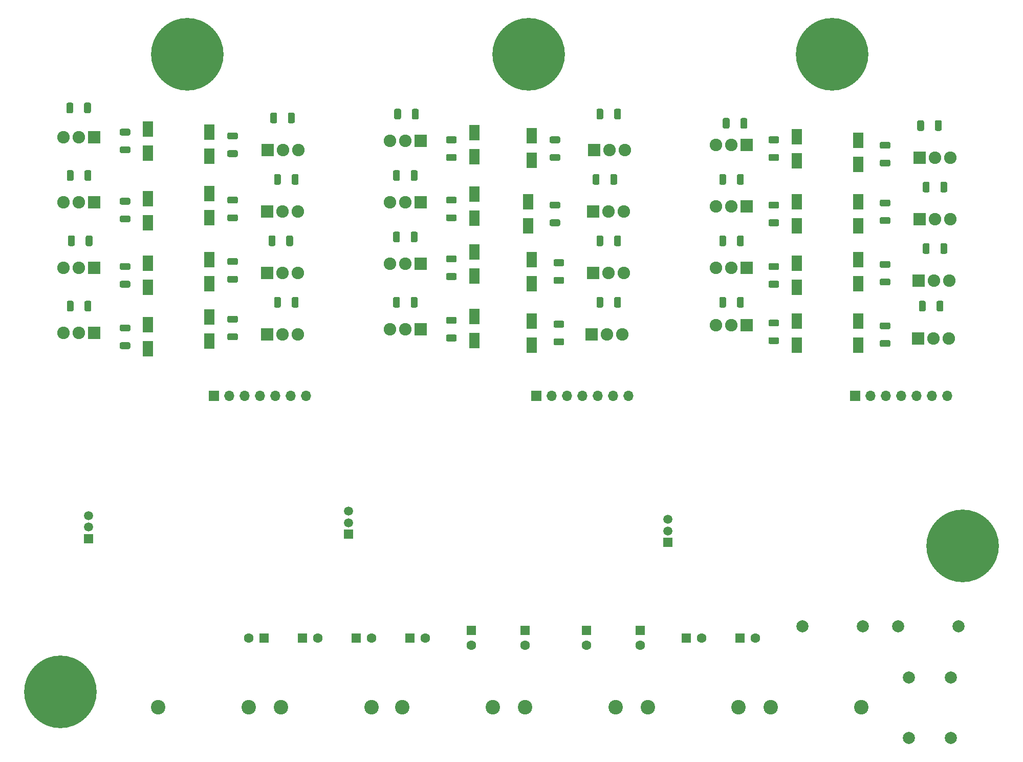
<source format=gbr>
%TF.GenerationSoftware,KiCad,Pcbnew,(5.1.10)-1*%
%TF.CreationDate,2022-02-15T22:07:18+02:00*%
%TF.ProjectId,SEM,53454d2e-6b69-4636-9164-5f7063625858,rev?*%
%TF.SameCoordinates,Original*%
%TF.FileFunction,Soldermask,Top*%
%TF.FilePolarity,Negative*%
%FSLAX46Y46*%
G04 Gerber Fmt 4.6, Leading zero omitted, Abs format (unit mm)*
G04 Created by KiCad (PCBNEW (5.1.10)-1) date 2022-02-15 22:07:18*
%MOMM*%
%LPD*%
G01*
G04 APERTURE LIST*
%ADD10R,1.700000X1.700000*%
%ADD11O,1.700000X1.700000*%
%ADD12C,2.070000*%
%ADD13R,2.070000X2.070000*%
%ADD14R,1.800000X2.500000*%
%ADD15C,1.600000*%
%ADD16R,1.600000X1.600000*%
%ADD17C,2.000000*%
%ADD18C,2.400000*%
%ADD19C,12.000000*%
%ADD20C,6.400000*%
%ADD21R,1.500000X1.500000*%
%ADD22C,1.500000*%
G04 APERTURE END LIST*
D10*
%TO.C,J12*%
X168275000Y-88265000D03*
D11*
X170815000Y-88265000D03*
X173355000Y-88265000D03*
X175895000Y-88265000D03*
X178435000Y-88265000D03*
X180975000Y-88265000D03*
X183515000Y-88265000D03*
%TD*%
%TO.C,J11*%
X77470000Y-88265000D03*
X74930000Y-88265000D03*
X72390000Y-88265000D03*
X69850000Y-88265000D03*
X67310000Y-88265000D03*
X64770000Y-88265000D03*
D10*
X62230000Y-88265000D03*
%TD*%
%TO.C,R66*%
G36*
G01*
X94753000Y-62601002D02*
X94753000Y-61350998D01*
G75*
G02*
X95002998Y-61101000I249998J0D01*
G01*
X95628002Y-61101000D01*
G75*
G02*
X95878000Y-61350998I0J-249998D01*
G01*
X95878000Y-62601002D01*
G75*
G02*
X95628002Y-62851000I-249998J0D01*
G01*
X95002998Y-62851000D01*
G75*
G02*
X94753000Y-62601002I0J249998D01*
G01*
G37*
G36*
G01*
X91828000Y-62601002D02*
X91828000Y-61350998D01*
G75*
G02*
X92077998Y-61101000I249998J0D01*
G01*
X92703002Y-61101000D01*
G75*
G02*
X92953000Y-61350998I0J-249998D01*
G01*
X92953000Y-62601002D01*
G75*
G02*
X92703002Y-62851000I-249998J0D01*
G01*
X92077998Y-62851000D01*
G75*
G02*
X91828000Y-62601002I0J249998D01*
G01*
G37*
%TD*%
%TO.C,R56*%
G36*
G01*
X40970500Y-63236002D02*
X40970500Y-61985998D01*
G75*
G02*
X41220498Y-61736000I249998J0D01*
G01*
X41845502Y-61736000D01*
G75*
G02*
X42095500Y-61985998I0J-249998D01*
G01*
X42095500Y-63236002D01*
G75*
G02*
X41845502Y-63486000I-249998J0D01*
G01*
X41220498Y-63486000D01*
G75*
G02*
X40970500Y-63236002I0J249998D01*
G01*
G37*
G36*
G01*
X38045500Y-63236002D02*
X38045500Y-61985998D01*
G75*
G02*
X38295498Y-61736000I249998J0D01*
G01*
X38920502Y-61736000D01*
G75*
G02*
X39170500Y-61985998I0J-249998D01*
G01*
X39170500Y-63236002D01*
G75*
G02*
X38920502Y-63486000I-249998J0D01*
G01*
X38295498Y-63486000D01*
G75*
G02*
X38045500Y-63236002I0J249998D01*
G01*
G37*
%TD*%
%TO.C,R49*%
G36*
G01*
X64652998Y-68398500D02*
X65903002Y-68398500D01*
G75*
G02*
X66153000Y-68648498I0J-249998D01*
G01*
X66153000Y-69273502D01*
G75*
G02*
X65903002Y-69523500I-249998J0D01*
G01*
X64652998Y-69523500D01*
G75*
G02*
X64403000Y-69273502I0J249998D01*
G01*
X64403000Y-68648498D01*
G75*
G02*
X64652998Y-68398500I249998J0D01*
G01*
G37*
G36*
G01*
X64652998Y-65473500D02*
X65903002Y-65473500D01*
G75*
G02*
X66153000Y-65723498I0J-249998D01*
G01*
X66153000Y-66348502D01*
G75*
G02*
X65903002Y-66598500I-249998J0D01*
G01*
X64652998Y-66598500D01*
G75*
G02*
X64403000Y-66348502I0J249998D01*
G01*
X64403000Y-65723498D01*
G75*
G02*
X64652998Y-65473500I249998J0D01*
G01*
G37*
%TD*%
%TO.C,R50*%
G36*
G01*
X154187998Y-69226000D02*
X155438002Y-69226000D01*
G75*
G02*
X155688000Y-69475998I0J-249998D01*
G01*
X155688000Y-70101002D01*
G75*
G02*
X155438002Y-70351000I-249998J0D01*
G01*
X154187998Y-70351000D01*
G75*
G02*
X153938000Y-70101002I0J249998D01*
G01*
X153938000Y-69475998D01*
G75*
G02*
X154187998Y-69226000I249998J0D01*
G01*
G37*
G36*
G01*
X154187998Y-66301000D02*
X155438002Y-66301000D01*
G75*
G02*
X155688000Y-66550998I0J-249998D01*
G01*
X155688000Y-67176002D01*
G75*
G02*
X155438002Y-67426000I-249998J0D01*
G01*
X154187998Y-67426000D01*
G75*
G02*
X153938000Y-67176002I0J249998D01*
G01*
X153938000Y-66550998D01*
G75*
G02*
X154187998Y-66301000I249998J0D01*
G01*
G37*
%TD*%
%TO.C,R47*%
G36*
G01*
X125973000Y-51825998D02*
X125973000Y-53076002D01*
G75*
G02*
X125723002Y-53326000I-249998J0D01*
G01*
X125097998Y-53326000D01*
G75*
G02*
X124848000Y-53076002I0J249998D01*
G01*
X124848000Y-51825998D01*
G75*
G02*
X125097998Y-51576000I249998J0D01*
G01*
X125723002Y-51576000D01*
G75*
G02*
X125973000Y-51825998I0J-249998D01*
G01*
G37*
G36*
G01*
X128898000Y-51825998D02*
X128898000Y-53076002D01*
G75*
G02*
X128648002Y-53326000I-249998J0D01*
G01*
X128022998Y-53326000D01*
G75*
G02*
X127773000Y-53076002I0J249998D01*
G01*
X127773000Y-51825998D01*
G75*
G02*
X128022998Y-51576000I249998J0D01*
G01*
X128648002Y-51576000D01*
G75*
G02*
X128898000Y-51825998I0J-249998D01*
G01*
G37*
%TD*%
%TO.C,R54*%
G36*
G01*
X172602998Y-68868000D02*
X173853002Y-68868000D01*
G75*
G02*
X174103000Y-69117998I0J-249998D01*
G01*
X174103000Y-69743002D01*
G75*
G02*
X173853002Y-69993000I-249998J0D01*
G01*
X172602998Y-69993000D01*
G75*
G02*
X172353000Y-69743002I0J249998D01*
G01*
X172353000Y-69117998D01*
G75*
G02*
X172602998Y-68868000I249998J0D01*
G01*
G37*
G36*
G01*
X172602998Y-65943000D02*
X173853002Y-65943000D01*
G75*
G02*
X174103000Y-66192998I0J-249998D01*
G01*
X174103000Y-66818002D01*
G75*
G02*
X173853002Y-67068000I-249998J0D01*
G01*
X172602998Y-67068000D01*
G75*
G02*
X172353000Y-66818002I0J249998D01*
G01*
X172353000Y-66192998D01*
G75*
G02*
X172602998Y-65943000I249998J0D01*
G01*
G37*
%TD*%
%TO.C,R68*%
G36*
G01*
X126608000Y-61985998D02*
X126608000Y-63236002D01*
G75*
G02*
X126358002Y-63486000I-249998J0D01*
G01*
X125732998Y-63486000D01*
G75*
G02*
X125483000Y-63236002I0J249998D01*
G01*
X125483000Y-61985998D01*
G75*
G02*
X125732998Y-61736000I249998J0D01*
G01*
X126358002Y-61736000D01*
G75*
G02*
X126608000Y-61985998I0J-249998D01*
G01*
G37*
G36*
G01*
X129533000Y-61985998D02*
X129533000Y-63236002D01*
G75*
G02*
X129283002Y-63486000I-249998J0D01*
G01*
X128657998Y-63486000D01*
G75*
G02*
X128408000Y-63236002I0J249998D01*
G01*
X128408000Y-61985998D01*
G75*
G02*
X128657998Y-61736000I249998J0D01*
G01*
X129283002Y-61736000D01*
G75*
G02*
X129533000Y-61985998I0J-249998D01*
G01*
G37*
%TD*%
%TO.C,R55*%
G36*
G01*
X118627998Y-68591000D02*
X119878002Y-68591000D01*
G75*
G02*
X120128000Y-68840998I0J-249998D01*
G01*
X120128000Y-69466002D01*
G75*
G02*
X119878002Y-69716000I-249998J0D01*
G01*
X118627998Y-69716000D01*
G75*
G02*
X118378000Y-69466002I0J249998D01*
G01*
X118378000Y-68840998D01*
G75*
G02*
X118627998Y-68591000I249998J0D01*
G01*
G37*
G36*
G01*
X118627998Y-65666000D02*
X119878002Y-65666000D01*
G75*
G02*
X120128000Y-65915998I0J-249998D01*
G01*
X120128000Y-66541002D01*
G75*
G02*
X119878002Y-66791000I-249998J0D01*
G01*
X118627998Y-66791000D01*
G75*
G02*
X118378000Y-66541002I0J249998D01*
G01*
X118378000Y-65915998D01*
G75*
G02*
X118627998Y-65666000I249998J0D01*
G01*
G37*
%TD*%
%TO.C,R57*%
G36*
G01*
X72355500Y-61985998D02*
X72355500Y-63236002D01*
G75*
G02*
X72105502Y-63486000I-249998J0D01*
G01*
X71480498Y-63486000D01*
G75*
G02*
X71230500Y-63236002I0J249998D01*
G01*
X71230500Y-61985998D01*
G75*
G02*
X71480498Y-61736000I249998J0D01*
G01*
X72105502Y-61736000D01*
G75*
G02*
X72355500Y-61985998I0J-249998D01*
G01*
G37*
G36*
G01*
X75280500Y-61985998D02*
X75280500Y-63236002D01*
G75*
G02*
X75030502Y-63486000I-249998J0D01*
G01*
X74405498Y-63486000D01*
G75*
G02*
X74155500Y-63236002I0J249998D01*
G01*
X74155500Y-61985998D01*
G75*
G02*
X74405498Y-61736000I249998J0D01*
G01*
X75030502Y-61736000D01*
G75*
G02*
X75280500Y-61985998I0J-249998D01*
G01*
G37*
%TD*%
%TO.C,R65*%
G36*
G01*
X148728000Y-63236002D02*
X148728000Y-61985998D01*
G75*
G02*
X148977998Y-61736000I249998J0D01*
G01*
X149603002Y-61736000D01*
G75*
G02*
X149853000Y-61985998I0J-249998D01*
G01*
X149853000Y-63236002D01*
G75*
G02*
X149603002Y-63486000I-249998J0D01*
G01*
X148977998Y-63486000D01*
G75*
G02*
X148728000Y-63236002I0J249998D01*
G01*
G37*
G36*
G01*
X145803000Y-63236002D02*
X145803000Y-61985998D01*
G75*
G02*
X146052998Y-61736000I249998J0D01*
G01*
X146678002Y-61736000D01*
G75*
G02*
X146928000Y-61985998I0J-249998D01*
G01*
X146928000Y-63236002D01*
G75*
G02*
X146678002Y-63486000I-249998J0D01*
G01*
X146052998Y-63486000D01*
G75*
G02*
X145803000Y-63236002I0J249998D01*
G01*
G37*
%TD*%
%TO.C,R45*%
G36*
G01*
X94753000Y-52441002D02*
X94753000Y-51190998D01*
G75*
G02*
X95002998Y-50941000I249998J0D01*
G01*
X95628002Y-50941000D01*
G75*
G02*
X95878000Y-51190998I0J-249998D01*
G01*
X95878000Y-52441002D01*
G75*
G02*
X95628002Y-52691000I-249998J0D01*
G01*
X95002998Y-52691000D01*
G75*
G02*
X94753000Y-52441002I0J249998D01*
G01*
G37*
G36*
G01*
X91828000Y-52441002D02*
X91828000Y-51190998D01*
G75*
G02*
X92077998Y-50941000I249998J0D01*
G01*
X92703002Y-50941000D01*
G75*
G02*
X92953000Y-51190998I0J-249998D01*
G01*
X92953000Y-52441002D01*
G75*
G02*
X92703002Y-52691000I-249998J0D01*
G01*
X92077998Y-52691000D01*
G75*
G02*
X91828000Y-52441002I0J249998D01*
G01*
G37*
%TD*%
%TO.C,R70*%
G36*
G01*
X46872998Y-79386000D02*
X48123002Y-79386000D01*
G75*
G02*
X48373000Y-79635998I0J-249998D01*
G01*
X48373000Y-80261002D01*
G75*
G02*
X48123002Y-80511000I-249998J0D01*
G01*
X46872998Y-80511000D01*
G75*
G02*
X46623000Y-80261002I0J249998D01*
G01*
X46623000Y-79635998D01*
G75*
G02*
X46872998Y-79386000I249998J0D01*
G01*
G37*
G36*
G01*
X46872998Y-76461000D02*
X48123002Y-76461000D01*
G75*
G02*
X48373000Y-76710998I0J-249998D01*
G01*
X48373000Y-77336002D01*
G75*
G02*
X48123002Y-77586000I-249998J0D01*
G01*
X46872998Y-77586000D01*
G75*
G02*
X46623000Y-77336002I0J249998D01*
G01*
X46623000Y-76710998D01*
G75*
G02*
X46872998Y-76461000I249998J0D01*
G01*
G37*
%TD*%
%TO.C,R40*%
G36*
G01*
X172602998Y-58709000D02*
X173853002Y-58709000D01*
G75*
G02*
X174103000Y-58958998I0J-249998D01*
G01*
X174103000Y-59584002D01*
G75*
G02*
X173853002Y-59834000I-249998J0D01*
G01*
X172602998Y-59834000D01*
G75*
G02*
X172353000Y-59584002I0J249998D01*
G01*
X172353000Y-58958998D01*
G75*
G02*
X172602998Y-58709000I249998J0D01*
G01*
G37*
G36*
G01*
X172602998Y-55784000D02*
X173853002Y-55784000D01*
G75*
G02*
X174103000Y-56033998I0J-249998D01*
G01*
X174103000Y-56659002D01*
G75*
G02*
X173853002Y-56909000I-249998J0D01*
G01*
X172602998Y-56909000D01*
G75*
G02*
X172353000Y-56659002I0J249998D01*
G01*
X172353000Y-56033998D01*
G75*
G02*
X172602998Y-55784000I249998J0D01*
G01*
G37*
%TD*%
%TO.C,R36*%
G36*
G01*
X46872998Y-58431000D02*
X48123002Y-58431000D01*
G75*
G02*
X48373000Y-58680998I0J-249998D01*
G01*
X48373000Y-59306002D01*
G75*
G02*
X48123002Y-59556000I-249998J0D01*
G01*
X46872998Y-59556000D01*
G75*
G02*
X46623000Y-59306002I0J249998D01*
G01*
X46623000Y-58680998D01*
G75*
G02*
X46872998Y-58431000I249998J0D01*
G01*
G37*
G36*
G01*
X46872998Y-55506000D02*
X48123002Y-55506000D01*
G75*
G02*
X48373000Y-55755998I0J-249998D01*
G01*
X48373000Y-56381002D01*
G75*
G02*
X48123002Y-56631000I-249998J0D01*
G01*
X46872998Y-56631000D01*
G75*
G02*
X46623000Y-56381002I0J249998D01*
G01*
X46623000Y-55755998D01*
G75*
G02*
X46872998Y-55506000I249998J0D01*
G01*
G37*
%TD*%
%TO.C,R48*%
G36*
G01*
X48123002Y-67426000D02*
X46872998Y-67426000D01*
G75*
G02*
X46623000Y-67176002I0J249998D01*
G01*
X46623000Y-66550998D01*
G75*
G02*
X46872998Y-66301000I249998J0D01*
G01*
X48123002Y-66301000D01*
G75*
G02*
X48373000Y-66550998I0J-249998D01*
G01*
X48373000Y-67176002D01*
G75*
G02*
X48123002Y-67426000I-249998J0D01*
G01*
G37*
G36*
G01*
X48123002Y-70351000D02*
X46872998Y-70351000D01*
G75*
G02*
X46623000Y-70101002I0J249998D01*
G01*
X46623000Y-69475998D01*
G75*
G02*
X46872998Y-69226000I249998J0D01*
G01*
X48123002Y-69226000D01*
G75*
G02*
X48373000Y-69475998I0J-249998D01*
G01*
X48373000Y-70101002D01*
G75*
G02*
X48123002Y-70351000I-249998J0D01*
G01*
G37*
%TD*%
%TO.C,R51*%
G36*
G01*
X100847998Y-67956000D02*
X102098002Y-67956000D01*
G75*
G02*
X102348000Y-68205998I0J-249998D01*
G01*
X102348000Y-68831002D01*
G75*
G02*
X102098002Y-69081000I-249998J0D01*
G01*
X100847998Y-69081000D01*
G75*
G02*
X100598000Y-68831002I0J249998D01*
G01*
X100598000Y-68205998D01*
G75*
G02*
X100847998Y-67956000I249998J0D01*
G01*
G37*
G36*
G01*
X100847998Y-65031000D02*
X102098002Y-65031000D01*
G75*
G02*
X102348000Y-65280998I0J-249998D01*
G01*
X102348000Y-65906002D01*
G75*
G02*
X102098002Y-66156000I-249998J0D01*
G01*
X100847998Y-66156000D01*
G75*
G02*
X100598000Y-65906002I0J249998D01*
G01*
X100598000Y-65280998D01*
G75*
G02*
X100847998Y-65031000I249998J0D01*
G01*
G37*
%TD*%
%TO.C,R46*%
G36*
G01*
X180583000Y-53095998D02*
X180583000Y-54346002D01*
G75*
G02*
X180333002Y-54596000I-249998J0D01*
G01*
X179707998Y-54596000D01*
G75*
G02*
X179458000Y-54346002I0J249998D01*
G01*
X179458000Y-53095998D01*
G75*
G02*
X179707998Y-52846000I249998J0D01*
G01*
X180333002Y-52846000D01*
G75*
G02*
X180583000Y-53095998I0J-249998D01*
G01*
G37*
G36*
G01*
X183508000Y-53095998D02*
X183508000Y-54346002D01*
G75*
G02*
X183258002Y-54596000I-249998J0D01*
G01*
X182632998Y-54596000D01*
G75*
G02*
X182383000Y-54346002I0J249998D01*
G01*
X182383000Y-53095998D01*
G75*
G02*
X182632998Y-52846000I249998J0D01*
G01*
X183258002Y-52846000D01*
G75*
G02*
X183508000Y-53095998I0J-249998D01*
G01*
G37*
%TD*%
%TO.C,R38*%
G36*
G01*
X154187998Y-59066000D02*
X155438002Y-59066000D01*
G75*
G02*
X155688000Y-59315998I0J-249998D01*
G01*
X155688000Y-59941002D01*
G75*
G02*
X155438002Y-60191000I-249998J0D01*
G01*
X154187998Y-60191000D01*
G75*
G02*
X153938000Y-59941002I0J249998D01*
G01*
X153938000Y-59315998D01*
G75*
G02*
X154187998Y-59066000I249998J0D01*
G01*
G37*
G36*
G01*
X154187998Y-56141000D02*
X155438002Y-56141000D01*
G75*
G02*
X155688000Y-56390998I0J-249998D01*
G01*
X155688000Y-57016002D01*
G75*
G02*
X155438002Y-57266000I-249998J0D01*
G01*
X154187998Y-57266000D01*
G75*
G02*
X153938000Y-57016002I0J249998D01*
G01*
X153938000Y-56390998D01*
G75*
G02*
X154187998Y-56141000I249998J0D01*
G01*
G37*
%TD*%
D12*
%TO.C,Q16*%
X145288000Y-67056000D03*
X147828000Y-67056000D03*
D13*
X150368000Y-67056000D03*
%TD*%
D12*
%TO.C,Q15*%
X183896000Y-69215000D03*
X181356000Y-69215000D03*
D13*
X178816000Y-69215000D03*
%TD*%
D14*
%TO.C,D19*%
X158623000Y-70326000D03*
X158623000Y-66326000D03*
%TD*%
%TO.C,D15*%
X168783000Y-60166000D03*
X168783000Y-56166000D03*
%TD*%
%TO.C,D24*%
X51308000Y-80486000D03*
X51308000Y-76486000D03*
%TD*%
%TO.C,D11*%
X51308000Y-59626000D03*
X51308000Y-55626000D03*
%TD*%
%TO.C,D10*%
X105283000Y-48736000D03*
X105283000Y-44736000D03*
%TD*%
%TO.C,D6*%
X51308000Y-48101000D03*
X51308000Y-44101000D03*
%TD*%
D12*
%TO.C,Q18*%
X91313000Y-66421000D03*
X93853000Y-66421000D03*
D13*
X96393000Y-66421000D03*
%TD*%
%TO.C,R24*%
G36*
G01*
X46872998Y-47001000D02*
X48123002Y-47001000D01*
G75*
G02*
X48373000Y-47250998I0J-249998D01*
G01*
X48373000Y-47876002D01*
G75*
G02*
X48123002Y-48126000I-249998J0D01*
G01*
X46872998Y-48126000D01*
G75*
G02*
X46623000Y-47876002I0J249998D01*
G01*
X46623000Y-47250998D01*
G75*
G02*
X46872998Y-47001000I249998J0D01*
G01*
G37*
G36*
G01*
X46872998Y-44076000D02*
X48123002Y-44076000D01*
G75*
G02*
X48373000Y-44325998I0J-249998D01*
G01*
X48373000Y-44951002D01*
G75*
G02*
X48123002Y-45201000I-249998J0D01*
G01*
X46872998Y-45201000D01*
G75*
G02*
X46623000Y-44951002I0J249998D01*
G01*
X46623000Y-44325998D01*
G75*
G02*
X46872998Y-44076000I249998J0D01*
G01*
G37*
%TD*%
D12*
%TO.C,Q23*%
X129794000Y-78105000D03*
X127254000Y-78105000D03*
D13*
X124714000Y-78105000D03*
%TD*%
D14*
%TO.C,D28*%
X105283000Y-79121000D03*
X105283000Y-75121000D03*
%TD*%
D12*
%TO.C,Q19*%
X76073000Y-78105000D03*
X73533000Y-78105000D03*
D13*
X70993000Y-78105000D03*
%TD*%
D14*
%TO.C,D27*%
X158623000Y-79851000D03*
X158623000Y-75851000D03*
%TD*%
%TO.C,D25*%
X168783000Y-79851000D03*
X168783000Y-75851000D03*
%TD*%
D12*
%TO.C,Q20*%
X37338000Y-77851000D03*
X39878000Y-77851000D03*
D13*
X42418000Y-77851000D03*
%TD*%
D12*
%TO.C,Q22*%
X145288000Y-76581000D03*
X147828000Y-76581000D03*
D13*
X150368000Y-76581000D03*
%TD*%
D12*
%TO.C,Q17*%
X130048000Y-67945000D03*
X127508000Y-67945000D03*
D13*
X124968000Y-67945000D03*
%TD*%
%TO.C,R34*%
G36*
G01*
X126608000Y-41030998D02*
X126608000Y-42281002D01*
G75*
G02*
X126358002Y-42531000I-249998J0D01*
G01*
X125732998Y-42531000D01*
G75*
G02*
X125483000Y-42281002I0J249998D01*
G01*
X125483000Y-41030998D01*
G75*
G02*
X125732998Y-40781000I249998J0D01*
G01*
X126358002Y-40781000D01*
G75*
G02*
X126608000Y-41030998I0J-249998D01*
G01*
G37*
G36*
G01*
X129533000Y-41030998D02*
X129533000Y-42281002D01*
G75*
G02*
X129283002Y-42531000I-249998J0D01*
G01*
X128657998Y-42531000D01*
G75*
G02*
X128408000Y-42281002I0J249998D01*
G01*
X128408000Y-41030998D01*
G75*
G02*
X128657998Y-40781000I249998J0D01*
G01*
X129283002Y-40781000D01*
G75*
G02*
X129533000Y-41030998I0J-249998D01*
G01*
G37*
%TD*%
%TO.C,R37*%
G36*
G01*
X64652998Y-58238500D02*
X65903002Y-58238500D01*
G75*
G02*
X66153000Y-58488498I0J-249998D01*
G01*
X66153000Y-59113502D01*
G75*
G02*
X65903002Y-59363500I-249998J0D01*
G01*
X64652998Y-59363500D01*
G75*
G02*
X64403000Y-59113502I0J249998D01*
G01*
X64403000Y-58488498D01*
G75*
G02*
X64652998Y-58238500I249998J0D01*
G01*
G37*
G36*
G01*
X64652998Y-55313500D02*
X65903002Y-55313500D01*
G75*
G02*
X66153000Y-55563498I0J-249998D01*
G01*
X66153000Y-56188502D01*
G75*
G02*
X65903002Y-56438500I-249998J0D01*
G01*
X64652998Y-56438500D01*
G75*
G02*
X64403000Y-56188502I0J249998D01*
G01*
X64403000Y-55563498D01*
G75*
G02*
X64652998Y-55313500I249998J0D01*
G01*
G37*
%TD*%
%TO.C,R29*%
G36*
G01*
X100847998Y-48271000D02*
X102098002Y-48271000D01*
G75*
G02*
X102348000Y-48520998I0J-249998D01*
G01*
X102348000Y-49146002D01*
G75*
G02*
X102098002Y-49396000I-249998J0D01*
G01*
X100847998Y-49396000D01*
G75*
G02*
X100598000Y-49146002I0J249998D01*
G01*
X100598000Y-48520998D01*
G75*
G02*
X100847998Y-48271000I249998J0D01*
G01*
G37*
G36*
G01*
X100847998Y-45346000D02*
X102098002Y-45346000D01*
G75*
G02*
X102348000Y-45595998I0J-249998D01*
G01*
X102348000Y-46221002D01*
G75*
G02*
X102098002Y-46471000I-249998J0D01*
G01*
X100847998Y-46471000D01*
G75*
G02*
X100598000Y-46221002I0J249998D01*
G01*
X100598000Y-45595998D01*
G75*
G02*
X100847998Y-45346000I249998J0D01*
G01*
G37*
%TD*%
%TO.C,R25*%
G36*
G01*
X64652998Y-47636000D02*
X65903002Y-47636000D01*
G75*
G02*
X66153000Y-47885998I0J-249998D01*
G01*
X66153000Y-48511002D01*
G75*
G02*
X65903002Y-48761000I-249998J0D01*
G01*
X64652998Y-48761000D01*
G75*
G02*
X64403000Y-48511002I0J249998D01*
G01*
X64403000Y-47885998D01*
G75*
G02*
X64652998Y-47636000I249998J0D01*
G01*
G37*
G36*
G01*
X64652998Y-44711000D02*
X65903002Y-44711000D01*
G75*
G02*
X66153000Y-44960998I0J-249998D01*
G01*
X66153000Y-45586002D01*
G75*
G02*
X65903002Y-45836000I-249998J0D01*
G01*
X64652998Y-45836000D01*
G75*
G02*
X64403000Y-45586002I0J249998D01*
G01*
X64403000Y-44960998D01*
G75*
G02*
X64652998Y-44711000I249998J0D01*
G01*
G37*
%TD*%
%TO.C,R32*%
G36*
G01*
X179670500Y-42935998D02*
X179670500Y-44186002D01*
G75*
G02*
X179420502Y-44436000I-249998J0D01*
G01*
X178795498Y-44436000D01*
G75*
G02*
X178545500Y-44186002I0J249998D01*
G01*
X178545500Y-42935998D01*
G75*
G02*
X178795498Y-42686000I249998J0D01*
G01*
X179420502Y-42686000D01*
G75*
G02*
X179670500Y-42935998I0J-249998D01*
G01*
G37*
G36*
G01*
X182595500Y-42935998D02*
X182595500Y-44186002D01*
G75*
G02*
X182345502Y-44436000I-249998J0D01*
G01*
X181720498Y-44436000D01*
G75*
G02*
X181470500Y-44186002I0J249998D01*
G01*
X181470500Y-42935998D01*
G75*
G02*
X181720498Y-42686000I249998J0D01*
G01*
X182345502Y-42686000D01*
G75*
G02*
X182595500Y-42935998I0J-249998D01*
G01*
G37*
%TD*%
%TO.C,R41*%
G36*
G01*
X117992998Y-59066000D02*
X119243002Y-59066000D01*
G75*
G02*
X119493000Y-59315998I0J-249998D01*
G01*
X119493000Y-59941002D01*
G75*
G02*
X119243002Y-60191000I-249998J0D01*
G01*
X117992998Y-60191000D01*
G75*
G02*
X117743000Y-59941002I0J249998D01*
G01*
X117743000Y-59315998D01*
G75*
G02*
X117992998Y-59066000I249998J0D01*
G01*
G37*
G36*
G01*
X117992998Y-56141000D02*
X119243002Y-56141000D01*
G75*
G02*
X119493000Y-56390998I0J-249998D01*
G01*
X119493000Y-57016002D01*
G75*
G02*
X119243002Y-57266000I-249998J0D01*
G01*
X117992998Y-57266000D01*
G75*
G02*
X117743000Y-57016002I0J249998D01*
G01*
X117743000Y-56390998D01*
G75*
G02*
X117992998Y-56141000I249998J0D01*
G01*
G37*
%TD*%
D14*
%TO.C,D9*%
X114808000Y-49276000D03*
X114808000Y-45276000D03*
%TD*%
%TO.C,R39*%
G36*
G01*
X102098002Y-56439000D02*
X100847998Y-56439000D01*
G75*
G02*
X100598000Y-56189002I0J249998D01*
G01*
X100598000Y-55563998D01*
G75*
G02*
X100847998Y-55314000I249998J0D01*
G01*
X102098002Y-55314000D01*
G75*
G02*
X102348000Y-55563998I0J-249998D01*
G01*
X102348000Y-56189002D01*
G75*
G02*
X102098002Y-56439000I-249998J0D01*
G01*
G37*
G36*
G01*
X102098002Y-59364000D02*
X100847998Y-59364000D01*
G75*
G02*
X100598000Y-59114002I0J249998D01*
G01*
X100598000Y-58488998D01*
G75*
G02*
X100847998Y-58239000I249998J0D01*
G01*
X102098002Y-58239000D01*
G75*
G02*
X102348000Y-58488998I0J-249998D01*
G01*
X102348000Y-59114002D01*
G75*
G02*
X102098002Y-59364000I-249998J0D01*
G01*
G37*
%TD*%
%TO.C,R42*%
G36*
G01*
X40778000Y-52441002D02*
X40778000Y-51190998D01*
G75*
G02*
X41027998Y-50941000I249998J0D01*
G01*
X41653002Y-50941000D01*
G75*
G02*
X41903000Y-51190998I0J-249998D01*
G01*
X41903000Y-52441002D01*
G75*
G02*
X41653002Y-52691000I-249998J0D01*
G01*
X41027998Y-52691000D01*
G75*
G02*
X40778000Y-52441002I0J249998D01*
G01*
G37*
G36*
G01*
X37853000Y-52441002D02*
X37853000Y-51190998D01*
G75*
G02*
X38102998Y-50941000I249998J0D01*
G01*
X38728002Y-50941000D01*
G75*
G02*
X38978000Y-51190998I0J-249998D01*
G01*
X38978000Y-52441002D01*
G75*
G02*
X38728002Y-52691000I-249998J0D01*
G01*
X38102998Y-52691000D01*
G75*
G02*
X37853000Y-52441002I0J249998D01*
G01*
G37*
%TD*%
%TO.C,R27*%
G36*
G01*
X154187998Y-48271000D02*
X155438002Y-48271000D01*
G75*
G02*
X155688000Y-48520998I0J-249998D01*
G01*
X155688000Y-49146002D01*
G75*
G02*
X155438002Y-49396000I-249998J0D01*
G01*
X154187998Y-49396000D01*
G75*
G02*
X153938000Y-49146002I0J249998D01*
G01*
X153938000Y-48520998D01*
G75*
G02*
X154187998Y-48271000I249998J0D01*
G01*
G37*
G36*
G01*
X154187998Y-45346000D02*
X155438002Y-45346000D01*
G75*
G02*
X155688000Y-45595998I0J-249998D01*
G01*
X155688000Y-46221002D01*
G75*
G02*
X155438002Y-46471000I-249998J0D01*
G01*
X154187998Y-46471000D01*
G75*
G02*
X153938000Y-46221002I0J249998D01*
G01*
X153938000Y-45595998D01*
G75*
G02*
X154187998Y-45346000I249998J0D01*
G01*
G37*
%TD*%
%TO.C,R43*%
G36*
G01*
X73268000Y-51825998D02*
X73268000Y-53076002D01*
G75*
G02*
X73018002Y-53326000I-249998J0D01*
G01*
X72392998Y-53326000D01*
G75*
G02*
X72143000Y-53076002I0J249998D01*
G01*
X72143000Y-51825998D01*
G75*
G02*
X72392998Y-51576000I249998J0D01*
G01*
X73018002Y-51576000D01*
G75*
G02*
X73268000Y-51825998I0J-249998D01*
G01*
G37*
G36*
G01*
X76193000Y-51825998D02*
X76193000Y-53076002D01*
G75*
G02*
X75943002Y-53326000I-249998J0D01*
G01*
X75317998Y-53326000D01*
G75*
G02*
X75068000Y-53076002I0J249998D01*
G01*
X75068000Y-51825998D01*
G75*
G02*
X75317998Y-51576000I249998J0D01*
G01*
X75943002Y-51576000D01*
G75*
G02*
X76193000Y-51825998I0J-249998D01*
G01*
G37*
%TD*%
%TO.C,R31*%
G36*
G01*
X40712500Y-41265002D02*
X40712500Y-40014998D01*
G75*
G02*
X40962498Y-39765000I249998J0D01*
G01*
X41587502Y-39765000D01*
G75*
G02*
X41837500Y-40014998I0J-249998D01*
G01*
X41837500Y-41265002D01*
G75*
G02*
X41587502Y-41515000I-249998J0D01*
G01*
X40962498Y-41515000D01*
G75*
G02*
X40712500Y-41265002I0J249998D01*
G01*
G37*
G36*
G01*
X37787500Y-41265002D02*
X37787500Y-40014998D01*
G75*
G02*
X38037498Y-39765000I249998J0D01*
G01*
X38662502Y-39765000D01*
G75*
G02*
X38912500Y-40014998I0J-249998D01*
G01*
X38912500Y-41265002D01*
G75*
G02*
X38662502Y-41515000I-249998J0D01*
G01*
X38037498Y-41515000D01*
G75*
G02*
X37787500Y-41265002I0J249998D01*
G01*
G37*
%TD*%
%TO.C,R35*%
G36*
G01*
X94945500Y-42281002D02*
X94945500Y-41030998D01*
G75*
G02*
X95195498Y-40781000I249998J0D01*
G01*
X95820502Y-40781000D01*
G75*
G02*
X96070500Y-41030998I0J-249998D01*
G01*
X96070500Y-42281002D01*
G75*
G02*
X95820502Y-42531000I-249998J0D01*
G01*
X95195498Y-42531000D01*
G75*
G02*
X94945500Y-42281002I0J249998D01*
G01*
G37*
G36*
G01*
X92020500Y-42281002D02*
X92020500Y-41030998D01*
G75*
G02*
X92270498Y-40781000I249998J0D01*
G01*
X92895502Y-40781000D01*
G75*
G02*
X93145500Y-41030998I0J-249998D01*
G01*
X93145500Y-42281002D01*
G75*
G02*
X92895502Y-42531000I-249998J0D01*
G01*
X92270498Y-42531000D01*
G75*
G02*
X92020500Y-42281002I0J249998D01*
G01*
G37*
%TD*%
%TO.C,R28*%
G36*
G01*
X117992998Y-48271000D02*
X119243002Y-48271000D01*
G75*
G02*
X119493000Y-48520998I0J-249998D01*
G01*
X119493000Y-49146002D01*
G75*
G02*
X119243002Y-49396000I-249998J0D01*
G01*
X117992998Y-49396000D01*
G75*
G02*
X117743000Y-49146002I0J249998D01*
G01*
X117743000Y-48520998D01*
G75*
G02*
X117992998Y-48271000I249998J0D01*
G01*
G37*
G36*
G01*
X117992998Y-45346000D02*
X119243002Y-45346000D01*
G75*
G02*
X119493000Y-45595998I0J-249998D01*
G01*
X119493000Y-46221002D01*
G75*
G02*
X119243002Y-46471000I-249998J0D01*
G01*
X117992998Y-46471000D01*
G75*
G02*
X117743000Y-46221002I0J249998D01*
G01*
X117743000Y-45595998D01*
G75*
G02*
X117992998Y-45346000I249998J0D01*
G01*
G37*
%TD*%
D12*
%TO.C,Q24*%
X91313000Y-77216000D03*
X93853000Y-77216000D03*
D13*
X96393000Y-77216000D03*
%TD*%
D12*
%TO.C,Q21*%
X183769000Y-78740000D03*
X181229000Y-78740000D03*
D13*
X178689000Y-78740000D03*
%TD*%
%TO.C,R33*%
G36*
G01*
X149297500Y-43805002D02*
X149297500Y-42554998D01*
G75*
G02*
X149547498Y-42305000I249998J0D01*
G01*
X150172502Y-42305000D01*
G75*
G02*
X150422500Y-42554998I0J-249998D01*
G01*
X150422500Y-43805002D01*
G75*
G02*
X150172502Y-44055000I-249998J0D01*
G01*
X149547498Y-44055000D01*
G75*
G02*
X149297500Y-43805002I0J249998D01*
G01*
G37*
G36*
G01*
X146372500Y-43805002D02*
X146372500Y-42554998D01*
G75*
G02*
X146622498Y-42305000I249998J0D01*
G01*
X147247502Y-42305000D01*
G75*
G02*
X147497500Y-42554998I0J-249998D01*
G01*
X147497500Y-43805002D01*
G75*
G02*
X147247502Y-44055000I-249998J0D01*
G01*
X146622498Y-44055000D01*
G75*
G02*
X146372500Y-43805002I0J249998D01*
G01*
G37*
%TD*%
%TO.C,R30*%
G36*
G01*
X72633000Y-41665998D02*
X72633000Y-42916002D01*
G75*
G02*
X72383002Y-43166000I-249998J0D01*
G01*
X71757998Y-43166000D01*
G75*
G02*
X71508000Y-42916002I0J249998D01*
G01*
X71508000Y-41665998D01*
G75*
G02*
X71757998Y-41416000I249998J0D01*
G01*
X72383002Y-41416000D01*
G75*
G02*
X72633000Y-41665998I0J-249998D01*
G01*
G37*
G36*
G01*
X75558000Y-41665998D02*
X75558000Y-42916002D01*
G75*
G02*
X75308002Y-43166000I-249998J0D01*
G01*
X74682998Y-43166000D01*
G75*
G02*
X74433000Y-42916002I0J249998D01*
G01*
X74433000Y-41665998D01*
G75*
G02*
X74682998Y-41416000I249998J0D01*
G01*
X75308002Y-41416000D01*
G75*
G02*
X75558000Y-41665998I0J-249998D01*
G01*
G37*
%TD*%
D15*
%TO.C,C59*%
X113665000Y-129500000D03*
D16*
X113665000Y-127000000D03*
%TD*%
D17*
%TO.C,C48*%
X175420000Y-126365000D03*
X185420000Y-126365000D03*
%TD*%
D15*
%TO.C,C43*%
X132715000Y-129500000D03*
D16*
X132715000Y-127000000D03*
%TD*%
D18*
%TO.C,C47*%
X128665000Y-139700000D03*
X113665000Y-139700000D03*
%TD*%
D19*
%TO.C,J2*%
X164465000Y-31750000D03*
D20*
X164465000Y-31750000D03*
%TD*%
D18*
%TO.C,C41*%
X148985000Y-139700000D03*
X133985000Y-139700000D03*
%TD*%
D15*
%TO.C,C58*%
X67985000Y-128270000D03*
D16*
X70485000Y-128270000D03*
%TD*%
D19*
%TO.C,J7*%
X36830000Y-137160000D03*
D20*
X36830000Y-137160000D03*
%TD*%
D17*
%TO.C,C51*%
X159545000Y-126365000D03*
X169545000Y-126365000D03*
%TD*%
D19*
%TO.C,J3*%
X114300000Y-31750000D03*
D20*
X114300000Y-31750000D03*
%TD*%
D15*
%TO.C,C46*%
X97115000Y-128270000D03*
D16*
X94615000Y-128270000D03*
%TD*%
D18*
%TO.C,C44*%
X52945000Y-139700000D03*
X67945000Y-139700000D03*
%TD*%
D15*
%TO.C,C56*%
X79335000Y-128270000D03*
D16*
X76835000Y-128270000D03*
%TD*%
%TO.C,R75*%
G36*
G01*
X73268000Y-72145998D02*
X73268000Y-73396002D01*
G75*
G02*
X73018002Y-73646000I-249998J0D01*
G01*
X72392998Y-73646000D01*
G75*
G02*
X72143000Y-73396002I0J249998D01*
G01*
X72143000Y-72145998D01*
G75*
G02*
X72392998Y-71896000I249998J0D01*
G01*
X73018002Y-71896000D01*
G75*
G02*
X73268000Y-72145998I0J-249998D01*
G01*
G37*
G36*
G01*
X76193000Y-72145998D02*
X76193000Y-73396002D01*
G75*
G02*
X75943002Y-73646000I-249998J0D01*
G01*
X75317998Y-73646000D01*
G75*
G02*
X75068000Y-73396002I0J249998D01*
G01*
X75068000Y-72145998D01*
G75*
G02*
X75317998Y-71896000I249998J0D01*
G01*
X75943002Y-71896000D01*
G75*
G02*
X76193000Y-72145998I0J-249998D01*
G01*
G37*
%TD*%
D21*
%TO.C,U4*%
X41440000Y-111845000D03*
D22*
X41440000Y-108025000D03*
X41440000Y-109935000D03*
%TD*%
D19*
%TO.C,J1*%
X57785000Y-31750000D03*
D20*
X57785000Y-31750000D03*
%TD*%
D15*
%TO.C,C57*%
X104775000Y-129500000D03*
D16*
X104775000Y-127000000D03*
%TD*%
%TO.C,R77*%
G36*
G01*
X179948000Y-72780998D02*
X179948000Y-74031002D01*
G75*
G02*
X179698002Y-74281000I-249998J0D01*
G01*
X179072998Y-74281000D01*
G75*
G02*
X178823000Y-74031002I0J249998D01*
G01*
X178823000Y-72780998D01*
G75*
G02*
X179072998Y-72531000I249998J0D01*
G01*
X179698002Y-72531000D01*
G75*
G02*
X179948000Y-72780998I0J-249998D01*
G01*
G37*
G36*
G01*
X182873000Y-72780998D02*
X182873000Y-74031002D01*
G75*
G02*
X182623002Y-74281000I-249998J0D01*
G01*
X181997998Y-74281000D01*
G75*
G02*
X181748000Y-74031002I0J249998D01*
G01*
X181748000Y-72780998D01*
G75*
G02*
X181997998Y-72531000I249998J0D01*
G01*
X182623002Y-72531000D01*
G75*
G02*
X182873000Y-72780998I0J-249998D01*
G01*
G37*
%TD*%
D15*
%TO.C,C52*%
X151725000Y-128270000D03*
D16*
X149225000Y-128270000D03*
%TD*%
%TO.C,R78*%
G36*
G01*
X148728000Y-73396002D02*
X148728000Y-72145998D01*
G75*
G02*
X148977998Y-71896000I249998J0D01*
G01*
X149603002Y-71896000D01*
G75*
G02*
X149853000Y-72145998I0J-249998D01*
G01*
X149853000Y-73396002D01*
G75*
G02*
X149603002Y-73646000I-249998J0D01*
G01*
X148977998Y-73646000D01*
G75*
G02*
X148728000Y-73396002I0J249998D01*
G01*
G37*
G36*
G01*
X145803000Y-73396002D02*
X145803000Y-72145998D01*
G75*
G02*
X146052998Y-71896000I249998J0D01*
G01*
X146678002Y-71896000D01*
G75*
G02*
X146928000Y-72145998I0J-249998D01*
G01*
X146928000Y-73396002D01*
G75*
G02*
X146678002Y-73646000I-249998J0D01*
G01*
X146052998Y-73646000D01*
G75*
G02*
X145803000Y-73396002I0J249998D01*
G01*
G37*
%TD*%
D15*
%TO.C,C49*%
X123825000Y-129500000D03*
D16*
X123825000Y-127000000D03*
%TD*%
D12*
%TO.C,Q4*%
X145288000Y-46736000D03*
X147828000Y-46736000D03*
D13*
X150368000Y-46736000D03*
%TD*%
D15*
%TO.C,C60*%
X88225000Y-128270000D03*
D16*
X85725000Y-128270000D03*
%TD*%
%TO.C,R74*%
G36*
G01*
X100847998Y-78116000D02*
X102098002Y-78116000D01*
G75*
G02*
X102348000Y-78365998I0J-249998D01*
G01*
X102348000Y-78991002D01*
G75*
G02*
X102098002Y-79241000I-249998J0D01*
G01*
X100847998Y-79241000D01*
G75*
G02*
X100598000Y-78991002I0J249998D01*
G01*
X100598000Y-78365998D01*
G75*
G02*
X100847998Y-78116000I249998J0D01*
G01*
G37*
G36*
G01*
X100847998Y-75191000D02*
X102098002Y-75191000D01*
G75*
G02*
X102348000Y-75440998I0J-249998D01*
G01*
X102348000Y-76066002D01*
G75*
G02*
X102098002Y-76316000I-249998J0D01*
G01*
X100847998Y-76316000D01*
G75*
G02*
X100598000Y-76066002I0J249998D01*
G01*
X100598000Y-75440998D01*
G75*
G02*
X100847998Y-75191000I249998J0D01*
G01*
G37*
%TD*%
D21*
%TO.C,U5*%
X137325000Y-112480000D03*
D22*
X137325000Y-108660000D03*
X137325000Y-110570000D03*
%TD*%
D18*
%TO.C,C55*%
X73265000Y-139700000D03*
X88265000Y-139700000D03*
%TD*%
%TO.C,R76*%
G36*
G01*
X40778000Y-74031002D02*
X40778000Y-72780998D01*
G75*
G02*
X41027998Y-72531000I249998J0D01*
G01*
X41653002Y-72531000D01*
G75*
G02*
X41903000Y-72780998I0J-249998D01*
G01*
X41903000Y-74031002D01*
G75*
G02*
X41653002Y-74281000I-249998J0D01*
G01*
X41027998Y-74281000D01*
G75*
G02*
X40778000Y-74031002I0J249998D01*
G01*
G37*
G36*
G01*
X37853000Y-74031002D02*
X37853000Y-72780998D01*
G75*
G02*
X38102998Y-72531000I249998J0D01*
G01*
X38728002Y-72531000D01*
G75*
G02*
X38978000Y-72780998I0J-249998D01*
G01*
X38978000Y-74031002D01*
G75*
G02*
X38728002Y-74281000I-249998J0D01*
G01*
X38102998Y-74281000D01*
G75*
G02*
X37853000Y-74031002I0J249998D01*
G01*
G37*
%TD*%
%TO.C,C53*%
X169305000Y-139700000D03*
X154305000Y-139700000D03*
%TD*%
%TO.C,C50*%
X108345000Y-139700000D03*
X93345000Y-139700000D03*
%TD*%
D21*
%TO.C,U6*%
X84455000Y-111125000D03*
D22*
X84455000Y-107305000D03*
X84455000Y-109215000D03*
%TD*%
%TO.C,R71*%
G36*
G01*
X172602998Y-79029000D02*
X173853002Y-79029000D01*
G75*
G02*
X174103000Y-79278998I0J-249998D01*
G01*
X174103000Y-79904002D01*
G75*
G02*
X173853002Y-80154000I-249998J0D01*
G01*
X172602998Y-80154000D01*
G75*
G02*
X172353000Y-79904002I0J249998D01*
G01*
X172353000Y-79278998D01*
G75*
G02*
X172602998Y-79029000I249998J0D01*
G01*
G37*
G36*
G01*
X172602998Y-76104000D02*
X173853002Y-76104000D01*
G75*
G02*
X174103000Y-76353998I0J-249998D01*
G01*
X174103000Y-76979002D01*
G75*
G02*
X173853002Y-77229000I-249998J0D01*
G01*
X172602998Y-77229000D01*
G75*
G02*
X172353000Y-76979002I0J249998D01*
G01*
X172353000Y-76353998D01*
G75*
G02*
X172602998Y-76104000I249998J0D01*
G01*
G37*
%TD*%
%TO.C,R80*%
G36*
G01*
X94753000Y-73396002D02*
X94753000Y-72145998D01*
G75*
G02*
X95002998Y-71896000I249998J0D01*
G01*
X95628002Y-71896000D01*
G75*
G02*
X95878000Y-72145998I0J-249998D01*
G01*
X95878000Y-73396002D01*
G75*
G02*
X95628002Y-73646000I-249998J0D01*
G01*
X95002998Y-73646000D01*
G75*
G02*
X94753000Y-73396002I0J249998D01*
G01*
G37*
G36*
G01*
X91828000Y-73396002D02*
X91828000Y-72145998D01*
G75*
G02*
X92077998Y-71896000I249998J0D01*
G01*
X92703002Y-71896000D01*
G75*
G02*
X92953000Y-72145998I0J-249998D01*
G01*
X92953000Y-73396002D01*
G75*
G02*
X92703002Y-73646000I-249998J0D01*
G01*
X92077998Y-73646000D01*
G75*
G02*
X91828000Y-73396002I0J249998D01*
G01*
G37*
%TD*%
D11*
%TO.C,J13*%
X130810000Y-88265000D03*
X128270000Y-88265000D03*
X125730000Y-88265000D03*
X123190000Y-88265000D03*
X120650000Y-88265000D03*
X118110000Y-88265000D03*
D10*
X115570000Y-88265000D03*
%TD*%
%TO.C,R79*%
G36*
G01*
X126608000Y-72145998D02*
X126608000Y-73396002D01*
G75*
G02*
X126358002Y-73646000I-249998J0D01*
G01*
X125732998Y-73646000D01*
G75*
G02*
X125483000Y-73396002I0J249998D01*
G01*
X125483000Y-72145998D01*
G75*
G02*
X125732998Y-71896000I249998J0D01*
G01*
X126358002Y-71896000D01*
G75*
G02*
X126608000Y-72145998I0J-249998D01*
G01*
G37*
G36*
G01*
X129533000Y-72145998D02*
X129533000Y-73396002D01*
G75*
G02*
X129283002Y-73646000I-249998J0D01*
G01*
X128657998Y-73646000D01*
G75*
G02*
X128408000Y-73396002I0J249998D01*
G01*
X128408000Y-72145998D01*
G75*
G02*
X128657998Y-71896000I249998J0D01*
G01*
X129283002Y-71896000D01*
G75*
G02*
X129533000Y-72145998I0J-249998D01*
G01*
G37*
%TD*%
D15*
%TO.C,C40*%
X142835000Y-128270000D03*
D16*
X140335000Y-128270000D03*
%TD*%
%TO.C,R73*%
G36*
G01*
X154187998Y-78558500D02*
X155438002Y-78558500D01*
G75*
G02*
X155688000Y-78808498I0J-249998D01*
G01*
X155688000Y-79433502D01*
G75*
G02*
X155438002Y-79683500I-249998J0D01*
G01*
X154187998Y-79683500D01*
G75*
G02*
X153938000Y-79433502I0J249998D01*
G01*
X153938000Y-78808498D01*
G75*
G02*
X154187998Y-78558500I249998J0D01*
G01*
G37*
G36*
G01*
X154187998Y-75633500D02*
X155438002Y-75633500D01*
G75*
G02*
X155688000Y-75883498I0J-249998D01*
G01*
X155688000Y-76508502D01*
G75*
G02*
X155438002Y-76758500I-249998J0D01*
G01*
X154187998Y-76758500D01*
G75*
G02*
X153938000Y-76508502I0J249998D01*
G01*
X153938000Y-75883498D01*
G75*
G02*
X154187998Y-75633500I249998J0D01*
G01*
G37*
%TD*%
%TO.C,R72*%
G36*
G01*
X118627998Y-78751000D02*
X119878002Y-78751000D01*
G75*
G02*
X120128000Y-79000998I0J-249998D01*
G01*
X120128000Y-79626002D01*
G75*
G02*
X119878002Y-79876000I-249998J0D01*
G01*
X118627998Y-79876000D01*
G75*
G02*
X118378000Y-79626002I0J249998D01*
G01*
X118378000Y-79000998D01*
G75*
G02*
X118627998Y-78751000I249998J0D01*
G01*
G37*
G36*
G01*
X118627998Y-75826000D02*
X119878002Y-75826000D01*
G75*
G02*
X120128000Y-76075998I0J-249998D01*
G01*
X120128000Y-76701002D01*
G75*
G02*
X119878002Y-76951000I-249998J0D01*
G01*
X118627998Y-76951000D01*
G75*
G02*
X118378000Y-76701002I0J249998D01*
G01*
X118378000Y-76075998D01*
G75*
G02*
X118627998Y-75826000I249998J0D01*
G01*
G37*
%TD*%
%TO.C,R44*%
G36*
G01*
X148728000Y-53076002D02*
X148728000Y-51825998D01*
G75*
G02*
X148977998Y-51576000I249998J0D01*
G01*
X149603002Y-51576000D01*
G75*
G02*
X149853000Y-51825998I0J-249998D01*
G01*
X149853000Y-53076002D01*
G75*
G02*
X149603002Y-53326000I-249998J0D01*
G01*
X148977998Y-53326000D01*
G75*
G02*
X148728000Y-53076002I0J249998D01*
G01*
G37*
G36*
G01*
X145803000Y-53076002D02*
X145803000Y-51825998D01*
G75*
G02*
X146052998Y-51576000I249998J0D01*
G01*
X146678002Y-51576000D01*
G75*
G02*
X146928000Y-51825998I0J-249998D01*
G01*
X146928000Y-53076002D01*
G75*
G02*
X146678002Y-53326000I-249998J0D01*
G01*
X146052998Y-53326000D01*
G75*
G02*
X145803000Y-53076002I0J249998D01*
G01*
G37*
%TD*%
%TO.C,R67*%
G36*
G01*
X180583000Y-63255998D02*
X180583000Y-64506002D01*
G75*
G02*
X180333002Y-64756000I-249998J0D01*
G01*
X179707998Y-64756000D01*
G75*
G02*
X179458000Y-64506002I0J249998D01*
G01*
X179458000Y-63255998D01*
G75*
G02*
X179707998Y-63006000I249998J0D01*
G01*
X180333002Y-63006000D01*
G75*
G02*
X180583000Y-63255998I0J-249998D01*
G01*
G37*
G36*
G01*
X183508000Y-63255998D02*
X183508000Y-64506002D01*
G75*
G02*
X183258002Y-64756000I-249998J0D01*
G01*
X182632998Y-64756000D01*
G75*
G02*
X182383000Y-64506002I0J249998D01*
G01*
X182383000Y-63255998D01*
G75*
G02*
X182632998Y-63006000I249998J0D01*
G01*
X183258002Y-63006000D01*
G75*
G02*
X183508000Y-63255998I0J-249998D01*
G01*
G37*
%TD*%
%TO.C,R69*%
G36*
G01*
X64652998Y-77923500D02*
X65903002Y-77923500D01*
G75*
G02*
X66153000Y-78173498I0J-249998D01*
G01*
X66153000Y-78798502D01*
G75*
G02*
X65903002Y-79048500I-249998J0D01*
G01*
X64652998Y-79048500D01*
G75*
G02*
X64403000Y-78798502I0J249998D01*
G01*
X64403000Y-78173498D01*
G75*
G02*
X64652998Y-77923500I249998J0D01*
G01*
G37*
G36*
G01*
X64652998Y-74998500D02*
X65903002Y-74998500D01*
G75*
G02*
X66153000Y-75248498I0J-249998D01*
G01*
X66153000Y-75873502D01*
G75*
G02*
X65903002Y-76123500I-249998J0D01*
G01*
X64652998Y-76123500D01*
G75*
G02*
X64403000Y-75873502I0J249998D01*
G01*
X64403000Y-75248498D01*
G75*
G02*
X64652998Y-74998500I249998J0D01*
G01*
G37*
%TD*%
D14*
%TO.C,D18*%
X61468000Y-69691000D03*
X61468000Y-65691000D03*
%TD*%
%TO.C,D13*%
X158623000Y-60166000D03*
X158623000Y-56166000D03*
%TD*%
%TO.C,D22*%
X114808000Y-69691000D03*
X114808000Y-65691000D03*
%TD*%
%TO.C,D8*%
X158623000Y-49371000D03*
X158623000Y-45371000D03*
%TD*%
%TO.C,D14*%
X105283000Y-54896000D03*
X105283000Y-58896000D03*
%TD*%
%TO.C,D20*%
X105283000Y-68421000D03*
X105283000Y-64421000D03*
%TD*%
%TO.C,D17*%
X51308000Y-66326000D03*
X51308000Y-70326000D03*
%TD*%
%TO.C,D16*%
X114173000Y-60166000D03*
X114173000Y-56166000D03*
%TD*%
%TO.C,D12*%
X61468000Y-58801000D03*
X61468000Y-54801000D03*
%TD*%
D12*
%TO.C,Q14*%
X37338000Y-67056000D03*
X39878000Y-67056000D03*
D13*
X42418000Y-67056000D03*
%TD*%
D14*
%TO.C,D26*%
X114808000Y-79851000D03*
X114808000Y-75851000D03*
%TD*%
%TO.C,D7*%
X168783000Y-50006000D03*
X168783000Y-46006000D03*
%TD*%
%TO.C,D23*%
X61468000Y-79216000D03*
X61468000Y-75216000D03*
%TD*%
%TO.C,D21*%
X168783000Y-69691000D03*
X168783000Y-65691000D03*
%TD*%
%TO.C,D5*%
X61468000Y-48641000D03*
X61468000Y-44641000D03*
%TD*%
D12*
%TO.C,Q6*%
X91313000Y-46101000D03*
X93853000Y-46101000D03*
D13*
X96393000Y-46101000D03*
%TD*%
D12*
%TO.C,Q11*%
X130048000Y-57785000D03*
X127508000Y-57785000D03*
D13*
X124968000Y-57785000D03*
%TD*%
D12*
%TO.C,Q10*%
X145288000Y-56896000D03*
X147828000Y-56896000D03*
D13*
X150368000Y-56896000D03*
%TD*%
%TO.C,R26*%
G36*
G01*
X172602998Y-49184000D02*
X173853002Y-49184000D01*
G75*
G02*
X174103000Y-49433998I0J-249998D01*
G01*
X174103000Y-50059002D01*
G75*
G02*
X173853002Y-50309000I-249998J0D01*
G01*
X172602998Y-50309000D01*
G75*
G02*
X172353000Y-50059002I0J249998D01*
G01*
X172353000Y-49433998D01*
G75*
G02*
X172602998Y-49184000I249998J0D01*
G01*
G37*
G36*
G01*
X172602998Y-46259000D02*
X173853002Y-46259000D01*
G75*
G02*
X174103000Y-46508998I0J-249998D01*
G01*
X174103000Y-47134002D01*
G75*
G02*
X173853002Y-47384000I-249998J0D01*
G01*
X172602998Y-47384000D01*
G75*
G02*
X172353000Y-47134002I0J249998D01*
G01*
X172353000Y-46508998D01*
G75*
G02*
X172602998Y-46259000I249998J0D01*
G01*
G37*
%TD*%
D12*
%TO.C,Q2*%
X37338000Y-45466000D03*
X39878000Y-45466000D03*
D13*
X42418000Y-45466000D03*
%TD*%
D19*
%TO.C,J6*%
X186055000Y-113030000D03*
D20*
X186055000Y-113030000D03*
%TD*%
D17*
%TO.C,C45*%
X184150000Y-134780000D03*
X184150000Y-144780000D03*
%TD*%
D12*
%TO.C,Q12*%
X91313000Y-56261000D03*
X93853000Y-56261000D03*
D13*
X96393000Y-56261000D03*
%TD*%
D12*
%TO.C,Q3*%
X184023000Y-48895000D03*
X181483000Y-48895000D03*
D13*
X178943000Y-48895000D03*
%TD*%
D12*
%TO.C,Q8*%
X37338000Y-56261000D03*
X39878000Y-56261000D03*
D13*
X42418000Y-56261000D03*
%TD*%
D12*
%TO.C,Q13*%
X76073000Y-67945000D03*
X73533000Y-67945000D03*
D13*
X70993000Y-67945000D03*
%TD*%
D12*
%TO.C,Q1*%
X76200000Y-47625000D03*
X73660000Y-47625000D03*
D13*
X71120000Y-47625000D03*
%TD*%
D12*
%TO.C,Q9*%
X184023000Y-59055000D03*
X181483000Y-59055000D03*
D13*
X178943000Y-59055000D03*
%TD*%
D17*
%TO.C,C42*%
X177165000Y-134780000D03*
X177165000Y-144780000D03*
%TD*%
D12*
%TO.C,Q5*%
X130175000Y-47625000D03*
X127635000Y-47625000D03*
D13*
X125095000Y-47625000D03*
%TD*%
D12*
%TO.C,Q7*%
X76073000Y-57785000D03*
X73533000Y-57785000D03*
D13*
X70993000Y-57785000D03*
%TD*%
M02*

</source>
